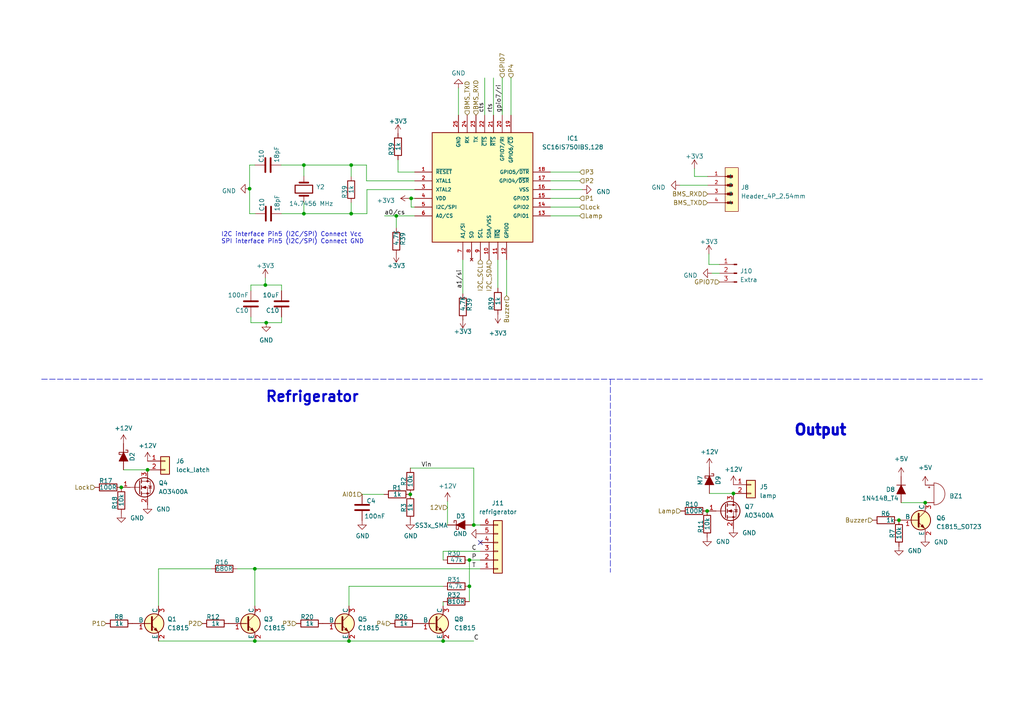
<source format=kicad_sch>
(kicad_sch (version 20230121) (generator eeschema)
  (paper "A4")
  (lib_symbols
    (symbol "Connector:Conn_01x03_Pin" (pin_names (offset 1.016) hide)
      (property "Reference" "J" (at 0 5.08 0))
      (property "Value" "Conn_01x03_Pin" (at 0 -5.08 0))
      (symbol "Conn_01x03_Pin_1_1"
        (polyline (pts (xy 1.27 -2.54) (xy 0.8636 -2.54)) (stroke (width 0.1524)))
        (polyline (pts (xy 1.27 0) (xy 0.8636 0)) (stroke (width 0.1524)))
        (polyline (pts (xy 1.27 2.54) (xy 0.8636 2.54)) (stroke (width 0.1524)))
        (rectangle (start 0.8636 -2.413) (end 0 -2.667) (stroke (width 0.1524)) (fill (type outline)))
        (rectangle (start 0.8636 0.127) (end 0 -0.127) (stroke (width 0.1524)) (fill (type outline)))
        (rectangle (start 0.8636 2.667) (end 0 2.413) (stroke (width 0.1524)) (fill (type outline)))
        (pin passive line (at 5.08 2.54 180) (length 3.81) (name "Pin_1") (number "1"))
        (pin passive line (at 5.08 0 180) (length 3.81) (name "Pin_2") (number "2"))
        (pin passive line (at 5.08 -2.54 180) (length 3.81) (name "Pin_3") (number "3"))
      )
    )
    (symbol "Connector_Generic:Conn_01x02" (pin_names (offset 1.016) hide)
      (property "Reference" "J" (at 0 2.54 0))
      (property "Value" "Conn_01x02" (at 0 -5.08 0))
      (symbol "Conn_01x02_1_1"
        (rectangle (start -1.27 -2.413) (end 0 -2.667) (stroke (width 0.1524)))
        (rectangle (start -1.27 0.127) (end 0 -0.127) (stroke (width 0.1524)))
        (rectangle (start -1.27 1.27) (end 1.27 -3.81) (stroke (width 0.254)) (fill (type background)))
        (pin passive line (at -5.08 0 0) (length 3.81) (name "Pin_1") (number "1"))
        (pin passive line (at -5.08 -2.54 0) (length 3.81) (name "Pin_2") (number "2"))
      )
    )
    (symbol "Connector_Generic:Conn_01x06" (pin_names (offset 1.016) hide)
      (property "Reference" "J" (at 0 7.62 0))
      (property "Value" "Conn_01x06" (at 0 -10.16 0))
      (symbol "Conn_01x06_1_1"
        (rectangle (start -1.27 -7.493) (end 0 -7.747) (stroke (width 0.1524)))
        (rectangle (start -1.27 -4.953) (end 0 -5.207) (stroke (width 0.1524)))
        (rectangle (start -1.27 -2.413) (end 0 -2.667) (stroke (width 0.1524)))
        (rectangle (start -1.27 0.127) (end 0 -0.127) (stroke (width 0.1524)))
        (rectangle (start -1.27 2.667) (end 0 2.413) (stroke (width 0.1524)))
        (rectangle (start -1.27 5.207) (end 0 4.953) (stroke (width 0.1524)))
        (rectangle (start -1.27 6.35) (end 1.27 -8.89) (stroke (width 0.254)) (fill (type background)))
        (pin passive line (at -5.08 5.08 0) (length 3.81) (name "Pin_1") (number "1"))
        (pin passive line (at -5.08 2.54 0) (length 3.81) (name "Pin_2") (number "2"))
        (pin passive line (at -5.08 0 0) (length 3.81) (name "Pin_3") (number "3"))
        (pin passive line (at -5.08 -2.54 0) (length 3.81) (name "Pin_4") (number "4"))
        (pin passive line (at -5.08 -5.08 0) (length 3.81) (name "Pin_5") (number "5"))
        (pin passive line (at -5.08 -7.62 0) (length 3.81) (name "Pin_6") (number "6"))
      )
    )
    (symbol "Device:Crystal" (pin_numbers hide) (pin_names (offset 1.016) hide)
      (property "Reference" "Y" (at 0 3.81 0))
      (property "Value" "Crystal" (at 0 -3.81 0))
      (symbol "Crystal_0_1"
        (rectangle (start -1.143 2.54) (end 1.143 -2.54) (stroke (width 0.3048)))
        (polyline (pts (xy -2.54 0) (xy -1.905 0)))
        (polyline (pts (xy -1.905 -1.27) (xy -1.905 1.27)) (stroke (width 0.508)))
        (polyline (pts (xy 1.905 -1.27) (xy 1.905 1.27)) (stroke (width 0.508)))
        (polyline (pts (xy 2.54 0) (xy 1.905 0)))
      )
      (symbol "Crystal_1_1"
        (pin passive line (at -3.81 0 0) (length 1.27) (name "1") (number "1"))
        (pin passive line (at 3.81 0 180) (length 1.27) (name "2") (number "2"))
      )
    )
    (symbol "Lib_Hien:Header_4P_2.54mm" (pin_names (offset 1.016))
      (property "Reference" "J" (at 0 8.89 0))
      (property "Value" "Header_4P_2.54mm" (at 0 -7.62 0))
      (symbol "Header_4P_2.54mm_0_0"
        (polyline (pts (xy 0 -2.54) (xy 1.905 -2.54)) (stroke (width 0.254)))
        (polyline (pts (xy 0 0) (xy 1.905 0)) (stroke (width 0.254)))
        (polyline (pts (xy 0 2.54) (xy 1.905 2.54)) (stroke (width 0.254)))
        (polyline (pts (xy 0 5.08) (xy 1.905 5.08)) (stroke (width 0.254)))
        (rectangle (start 0.635 -2.8575) (end 2.2225 -2.2225) (stroke (width 0.1)) (fill (type outline)))
        (rectangle (start 0.635 -0.3175) (end 2.2225 0.3175) (stroke (width 0.1)) (fill (type outline)))
        (rectangle (start 0.635 2.2225) (end 2.2225 2.8575) (stroke (width 0.1)) (fill (type outline)))
        (rectangle (start 0.635 4.7625) (end 2.2225 5.3975) (stroke (width 0.1)) (fill (type outline)))
        (pin passive line (at -5.08 5.08 0) (length 5.08) (name "1") (number "1"))
        (pin passive line (at -5.08 2.54 0) (length 5.08) (name "2") (number "2"))
        (pin passive line (at -5.08 0 0) (length 5.08) (name "3") (number "3"))
        (pin passive line (at -5.08 -2.54 0) (length 5.08) (name "4") (number "4"))
      )
      (symbol "Header_4P_2.54mm_1_1"
        (rectangle (start 0 7.62) (end 3.81 -5.08) (fill (type background)))
      )
    )
    (symbol "Lib_Hien:SC16IS750IBS,128" (pin_names (offset 1.016))
      (property "Reference" "IC" (at 36.83 22.86 0))
      (property "Value" "SC16IS750IBS,128" (at 36.83 20.32 0))
      (symbol "SC16IS750IBS,128_0_0"
        (rectangle (start 3.81 11.43) (end 33.02 -20.32) (stroke (width 0.254)) (fill (type background)))
        (pin bidirectional line (at -1.27 0 0) (length 5.08) (name "~{RESET}") (number "1"))
        (pin bidirectional line (at 20.32 -25.4 90) (length 5.08) (name "SDA/VSS") (number "10"))
        (pin bidirectional line (at 22.86 -25.4 90) (length 5.08) (name "~{IRQ}") (number "11"))
        (pin bidirectional line (at 25.4 -25.4 90) (length 5.08) (name "GPIO0") (number "12"))
        (pin bidirectional line (at 38.1 -12.7 180) (length 5.08) (name "GPIO1") (number "13"))
        (pin bidirectional line (at 38.1 -10.16 180) (length 5.08) (name "GPIO2") (number "14"))
        (pin bidirectional line (at 38.1 -7.62 180) (length 5.08) (name "GPIO3") (number "15"))
        (pin bidirectional line (at 38.1 -5.08 180) (length 5.08) (name "VSS") (number "16"))
        (pin bidirectional line (at 38.1 -2.54 180) (length 5.08) (name "GPIO4/~{DSR}") (number "17"))
        (pin bidirectional line (at 38.1 0 180) (length 5.08) (name "GPIO5/~{DTR}") (number "18"))
        (pin bidirectional line (at 26.67 16.51 270) (length 5.08) (name "GPIO6/~{CD}") (number "19"))
        (pin bidirectional line (at -1.27 -2.54 0) (length 5.08) (name "XTAL1") (number "2"))
        (pin bidirectional line (at 24.13 16.51 270) (length 5.08) (name "GPIO7/RI") (number "20"))
        (pin bidirectional line (at 21.59 16.51 270) (length 5.08) (name "~{RTS}") (number "21"))
        (pin bidirectional line (at 19.05 16.51 270) (length 5.08) (name "~{CTS}") (number "22"))
        (pin bidirectional line (at 16.51 16.51 270) (length 5.08) (name "TX") (number "23"))
        (pin bidirectional line (at 13.97 16.51 270) (length 5.08) (name "RX") (number "24"))
        (pin bidirectional line (at 11.43 16.51 270) (length 5.08) (name "GND") (number "25"))
        (pin bidirectional line (at -1.27 -5.08 0) (length 5.08) (name "XTAL2") (number "3"))
        (pin bidirectional line (at -1.27 -7.62 0) (length 5.08) (name "VDD") (number "4"))
        (pin bidirectional line (at -1.27 -10.16 0) (length 5.08) (name "I2C/SPI") (number "5"))
        (pin bidirectional line (at -1.27 -12.7 0) (length 5.08) (name "A0/CS") (number "6"))
        (pin bidirectional line (at 12.7 -25.4 90) (length 5.08) (name "A1/SI") (number "7"))
        (pin no_connect line (at 15.24 -25.4 90) (length 5.08) (name "SO") (number "8"))
        (pin bidirectional line (at 17.78 -25.4 90) (length 5.08) (name "SCL") (number "9"))
      )
    )
    (symbol "Transistor_FET:AO3400A" (pin_names hide)
      (property "Reference" "Q" (at 5.08 1.905 0))
      (property "Value" "AO3400A" (at 5.08 0 0))
      (symbol "AO3400A_0_1"
        (polyline (pts (xy 0.254 0) (xy -2.54 0)))
        (polyline (pts (xy 0.254 1.905) (xy 0.254 -1.905)) (stroke (width 0.254)))
        (polyline (pts (xy 0.762 -1.27) (xy 0.762 -2.286)) (stroke (width 0.254)))
        (polyline (pts (xy 0.762 0.508) (xy 0.762 -0.508)) (stroke (width 0.254)))
        (polyline (pts (xy 0.762 2.286) (xy 0.762 1.27)) (stroke (width 0.254)))
        (polyline (pts (xy 2.54 2.54) (xy 2.54 1.778)))
        (polyline (pts (xy 2.54 -2.54) (xy 2.54 0) (xy 0.762 0)))
        (polyline (pts (xy 0.762 -1.778) (xy 3.302 -1.778) (xy 3.302 1.778) (xy 0.762 1.778)))
        (polyline (pts (xy 1.016 0) (xy 2.032 0.381) (xy 2.032 -0.381) (xy 1.016 0)) (fill (type outline)))
        (polyline (pts (xy 2.794 0.508) (xy 2.921 0.381) (xy 3.683 0.381) (xy 3.81 0.254)))
        (polyline (pts (xy 3.302 0.381) (xy 2.921 -0.254) (xy 3.683 -0.254) (xy 3.302 0.381)))
        (circle (center 1.651 0) (radius 2.794) (stroke (width 0.254)))
        (circle (center 2.54 -1.778) (radius 0.254) (fill (type outline)))
        (circle (center 2.54 1.778) (radius 0.254) (fill (type outline)))
      )
      (symbol "AO3400A_1_1"
        (pin input line (at -5.08 0 0) (length 2.54) (name "G") (number "1"))
        (pin passive line (at 2.54 -5.08 90) (length 2.54) (name "S") (number "2"))
        (pin passive line (at 2.54 5.08 270) (length 2.54) (name "D") (number "3"))
      )
    )
    (symbol "ph_lib:1N4148_T4" (pin_numbers hide) (pin_names (offset 1.016) hide)
      (property "Reference" "D" (at 0 2.54 0))
      (property "Value" "1N4148_T4" (at 0 -2.54 0))
      (symbol "1N4148_T4_0_1"
        (polyline (pts (xy -1.27 1.27) (xy -1.27 -1.27)) (stroke (width 0.2032)))
        (polyline (pts (xy 1.27 0) (xy -1.27 0)))
        (polyline (pts (xy 1.27 1.27) (xy 1.27 -1.27) (xy -1.27 0) (xy 1.27 1.27)) (stroke (width 0.2032)) (fill (type outline)))
      )
      (symbol "1N4148_T4_1_1"
        (pin passive line (at -3.81 0 0) (length 2.54) (name "K") (number "1"))
        (pin passive line (at 3.81 0 180) (length 2.54) (name "A") (number "2"))
      )
    )
    (symbol "ph_lib:Buzzer-Device" (pin_numbers hide) (pin_names (offset 1.016) hide)
      (property "Reference" "BZ" (at 0 0 0))
      (property "Value" "Buzzer-Device" (at -1.27 -2.54 0))
      (symbol "Buzzer-Device_1_1"
        (polyline (pts (xy 3.429 -5.715) (xy 3.937 -5.715)))
        (polyline (pts (xy 3.683 -5.461) (xy 3.683 -5.969)))
        (polyline (pts (xy 5.08 -4.445) (xy 5.08 -10.795)))
        (arc (start 5.08 -10.795) (mid 8.2412 -7.62) (end 5.08 -4.445))
        (pin passive line (at 2.54 -5.08 0) (length 2.54) (name "-") (number "1"))
        (pin passive line (at 2.54 -10.16 0) (length 2.54) (name "+") (number "2"))
      )
    )
    (symbol "ph_lib:C0805" (pin_numbers hide) (pin_names (offset 0.254))
      (property "Reference" "C" (at 0.635 2.54 0))
      (property "Value" "C0805" (at 0.635 -2.54 0))
      (symbol "C0805_0_1"
        (polyline (pts (xy -2.032 -0.762) (xy 2.032 -0.762)) (stroke (width 0.508)))
        (polyline (pts (xy -2.032 0.762) (xy 2.032 0.762)) (stroke (width 0.508)))
      )
      (symbol "C0805_1_1"
        (pin passive line (at 0 3.81 270) (length 2.794) (name "~") (number "1"))
        (pin passive line (at 0 -3.81 90) (length 2.794) (name "~") (number "2"))
      )
    )
    (symbol "ph_lib:C1210" (pin_numbers hide) (pin_names (offset 1.016))
      (property "Reference" "C" (at 1.27 2.54 0))
      (property "Value" "C1210" (at 0 0 0))
      (symbol "C1210_1_1"
        (polyline (pts (xy -2.032 -7.112) (xy 2.032 -7.112)) (stroke (width 0.508)))
        (polyline (pts (xy -2.032 -5.588) (xy 2.032 -5.588)) (stroke (width 0.508)))
        (pin passive line (at 0 -2.54 270) (length 2.794) (name "~") (number "1"))
        (pin passive line (at 0 -10.16 90) (length 2.794) (name "~") (number "2"))
      )
    )
    (symbol "ph_lib:C1815_SOT23" (pin_names (offset 0))
      (property "Reference" "Q" (at 5.08 1.905 0))
      (property "Value" "C1815_SOT23" (at 5.08 0 0))
      (symbol "C1815_SOT23_0_1"
        (polyline (pts (xy 0 0) (xy 0.635 0)))
        (polyline (pts (xy 0.635 0.635) (xy 2.54 2.54)))
        (polyline (pts (xy 0.635 -0.635) (xy 2.54 -2.54) (xy 2.54 -2.54)))
        (polyline (pts (xy 0.635 1.905) (xy 0.635 -1.905) (xy 0.635 -1.905)) (stroke (width 0.508)))
        (polyline (pts (xy 1.27 -1.778) (xy 1.778 -1.27) (xy 2.286 -2.286) (xy 1.27 -1.778) (xy 1.27 -1.778)) (fill (type outline)))
        (circle (center 1.27 0) (radius 2.8194) (stroke (width 0.254)) (fill (type background)))
      )
      (symbol "C1815_SOT23_1_1"
        (pin input line (at -5.08 0 0) (length 5.08) (name "B") (number "1"))
        (pin passive line (at 2.54 -5.08 90) (length 2.54) (name "E") (number "2"))
        (pin passive line (at 2.54 5.08 270) (length 2.54) (name "C") (number "3"))
      )
    )
    (symbol "ph_lib:R0805" (pin_numbers hide) (pin_names (offset 0))
      (property "Reference" "R" (at 2.032 0 90))
      (property "Value" "R0805" (at 0 0 90))
      (symbol "R0805_0_1"
        (rectangle (start -1.016 -2.54) (end 1.016 2.54) (stroke (width 0.254)))
      )
      (symbol "R0805_1_1"
        (pin passive line (at 0 3.81 270) (length 1.27) (name "~") (number "1"))
        (pin passive line (at 0 -3.81 90) (length 1.27) (name "~") (number "2"))
      )
    )
    (symbol "ph_lib:SS3x_SMA" (pin_numbers hide) (pin_names (offset 1.016) hide)
      (property "Reference" "D" (at 0 2.54 0))
      (property "Value" "SS3x_SMA" (at 0 -2.54 0))
      (symbol "SS3x_SMA_0_1"
        (polyline (pts (xy 1.27 0) (xy -1.27 0)))
        (polyline (pts (xy 1.27 1.27) (xy 1.27 -1.27) (xy -1.27 0) (xy 1.27 1.27)) (stroke (width 0.2032)) (fill (type outline)))
        (polyline (pts (xy -1.905 0.635) (xy -1.905 1.27) (xy -1.27 1.27) (xy -1.27 -1.27) (xy -0.635 -1.27) (xy -0.635 -0.635)) (stroke (width 0.2032)))
      )
      (symbol "SS3x_SMA_1_1"
        (pin passive line (at -3.81 0 0) (length 2.54) (name "K") (number "1"))
        (pin passive line (at 3.81 0 180) (length 2.54) (name "A") (number "2"))
      )
    )
    (symbol "power:+12V" (power) (pin_names (offset 0))
      (property "Value" "+12V" (at 0 3.556 0))
      (symbol "+12V_0_1"
        (polyline (pts (xy -0.762 1.27) (xy 0 2.54)))
        (polyline (pts (xy 0 0) (xy 0 2.54)))
        (polyline (pts (xy 0 2.54) (xy 0.762 1.27)))
      )
      (symbol "+12V_1_1"
        (pin power_in line (at 0 0 90) (length 0) hide (name "+12V") (number "1"))
      )
    )
    (symbol "power:+3V3" (power) (pin_names (offset 0))
      (property "Value" "+3V3" (at 0 3.556 0))
      (symbol "+3V3_0_1"
        (polyline (pts (xy -0.762 1.27) (xy 0 2.54)))
        (polyline (pts (xy 0 0) (xy 0 2.54)))
        (polyline (pts (xy 0 2.54) (xy 0.762 1.27)))
      )
      (symbol "+3V3_1_1"
        (pin power_in line (at 0 0 90) (length 0) hide (name "+3V3") (number "1"))
      )
    )
    (symbol "power:+5V" (power) (pin_names (offset 0))
      (property "Value" "+5V" (at 0 3.556 0))
      (symbol "+5V_0_1"
        (polyline (pts (xy -0.762 1.27) (xy 0 2.54)))
        (polyline (pts (xy 0 0) (xy 0 2.54)))
        (polyline (pts (xy 0 2.54) (xy 0.762 1.27)))
      )
      (symbol "+5V_1_1"
        (pin power_in line (at 0 0 90) (length 0) hide (name "+5V") (number "1"))
      )
    )
    (symbol "power:GND" (power) (pin_names (offset 0))
      (property "Value" "GND" (at 0 -3.81 0))
      (symbol "GND_0_1"
        (polyline (pts (xy 0 0) (xy 0 -1.27) (xy 1.27 -1.27) (xy 0 -2.54) (xy -1.27 -1.27) (xy 0 -1.27)))
      )
      (symbol "GND_1_1"
        (pin power_in line (at 0 0 270) (length 0) hide (name "GND") (number "1"))
      )
    )
  )
  (junction (at 42.799 136.271))
  (junction (at 128.524 185.928))
  (junction (at 101.854 47.879))
  (junction (at 119.253 57.531))
  (junction (at 73.914 164.973))
  (junction (at 136.144 162.433))
  (junction (at 88.138 47.879))
  (junction (at 260.731 150.876))
  (junction (at 101.854 61.976))
  (junction (at 101.219 185.928))
  (junction (at 114.935 62.611))
  (junction (at 77.216 93.599))
  (junction (at 72.39 54.737))
  (junction (at 88.138 61.976))
  (junction (at 137.414 152.273))
  (junction (at 212.725 143.129))
  (junction (at 35.179 141.351))
  (junction (at 205.105 148.209))
  (junction (at 118.999 143.383))
  (junction (at 136.144 170.053))
  (junction (at 268.351 145.796))
  (junction (at 73.914 185.928))
  (junction (at 76.962 82.677))
  (no_connect (at 139.319 157.353))
  (wire (pts (xy 136.144 170.053) (xy 136.144 174.498)))
  (wire (pts (xy 137.414 152.273) (xy 139.319 152.273)))
  (wire (pts (xy 114.935 73.787) (xy 114.935 73.533)))
  (wire (pts (xy 88.138 61.976) (xy 81.661 61.976)))
  (wire (pts (xy 120.269 60.071) (xy 119.253 60.071)))
  (wire (pts (xy 137.414 135.763) (xy 118.999 135.763)))
  (wire (pts (xy 88.138 47.879) (xy 88.138 51.054)))
  (wire (pts (xy 205.232 53.721) (xy 197.231 53.721)))
  (wire (pts (xy 137.414 152.273) (xy 137.414 135.763)))
  (wire (pts (xy 81.661 82.677) (xy 81.661 84.328)))
  (wire (pts (xy 72.39 61.976) (xy 74.041 61.976)))
  (wire (pts (xy 106.426 54.991) (xy 106.426 61.976)))
  (wire (pts (xy 205.613 76.708) (xy 205.613 73.66)))
  (wire (pts (xy 101.854 47.879) (xy 101.854 51.181)))
  (wire (pts (xy 136.144 170.053) (xy 136.144 162.433)))
  (wire (pts (xy 101.219 185.928) (xy 128.524 185.928)))
  (wire (pts (xy 35.814 136.271) (xy 42.799 136.271)))
  (wire (pts (xy 159.639 49.911) (xy 168.148 49.911)))
  (wire (pts (xy 88.138 58.674) (xy 88.138 61.976)))
  (wire (pts (xy 119.253 57.531) (xy 120.269 57.531)))
  (wire (pts (xy 114.935 62.611) (xy 120.269 62.611)))
  (wire (pts (xy 159.639 60.071) (xy 168.148 60.071)))
  (wire (pts (xy 114.935 62.611) (xy 114.935 66.167)))
  (wire (pts (xy 128.524 170.053) (xy 101.219 170.053)))
  (wire (pts (xy 159.639 62.611) (xy 168.148 62.611)))
  (wire (pts (xy 120.269 54.991) (xy 106.426 54.991)))
  (wire (pts (xy 88.138 47.879) (xy 101.854 47.879)))
  (wire (pts (xy 205.74 143.129) (xy 212.725 143.129)))
  (wire (pts (xy 101.219 170.053) (xy 101.219 175.768)))
  (wire (pts (xy 128.524 159.893) (xy 128.524 162.433)))
  (wire (pts (xy 73.914 47.879) (xy 72.39 47.879)))
  (wire (pts (xy 88.138 61.976) (xy 101.854 61.976)))
  (wire (pts (xy 129.794 145.415) (xy 129.794 152.273)))
  (wire (pts (xy 115.443 49.911) (xy 120.269 49.911)))
  (wire (pts (xy 201.422 51.181) (xy 205.232 51.181)))
  (wire (pts (xy 118.745 57.531) (xy 119.253 57.531)))
  (wire (pts (xy 208.661 76.708) (xy 205.613 76.708)))
  (wire (pts (xy 101.854 58.801) (xy 101.854 61.976)))
  (wire (pts (xy 145.669 22.606) (xy 145.669 33.401)))
  (wire (pts (xy 72.39 54.737) (xy 72.39 61.976)))
  (wire (pts (xy 148.209 22.606) (xy 148.209 33.401)))
  (polyline (pts (xy 12.065 109.982) (xy 284.988 109.982)) (stroke (width 0) (type dash)))
  (wire (pts (xy 128.524 185.928) (xy 137.414 185.928)))
  (wire (pts (xy 72.39 47.879) (xy 72.39 54.737)))
  (wire (pts (xy 72.771 93.599) (xy 77.216 93.599)))
  (wire (pts (xy 106.299 52.451) (xy 106.299 47.879)))
  (wire (pts (xy 143.129 22.606) (xy 143.129 33.401)))
  (wire (pts (xy 159.639 57.531) (xy 168.148 57.531)))
  (wire (pts (xy 81.661 91.948) (xy 81.661 93.599)))
  (wire (pts (xy 45.974 185.928) (xy 73.914 185.928)))
  (wire (pts (xy 261.366 145.796) (xy 268.351 145.796)))
  (wire (pts (xy 120.269 52.451) (xy 106.299 52.451)))
  (wire (pts (xy 134.239 75.311) (xy 134.239 85.217)))
  (wire (pts (xy 136.144 162.433) (xy 139.319 162.433)))
  (wire (pts (xy 101.854 47.879) (xy 106.299 47.879)))
  (wire (pts (xy 132.969 25.527) (xy 132.969 33.401)))
  (wire (pts (xy 146.939 75.311) (xy 146.939 85.725)))
  (wire (pts (xy 134.239 92.837) (xy 134.239 92.583)))
  (wire (pts (xy 76.962 82.677) (xy 81.661 82.677)))
  (wire (pts (xy 45.974 175.768) (xy 45.974 164.973)))
  (wire (pts (xy 73.914 164.973) (xy 139.319 164.973)))
  (wire (pts (xy 76.962 80.645) (xy 76.962 82.677)))
  (wire (pts (xy 68.834 164.973) (xy 73.914 164.973)))
  (wire (pts (xy 101.854 61.976) (xy 106.426 61.976)))
  (wire (pts (xy 81.661 93.599) (xy 77.216 93.599)))
  (wire (pts (xy 128.524 174.498) (xy 128.524 175.768)))
  (wire (pts (xy 201.422 48.895) (xy 201.422 51.181)))
  (wire (pts (xy 111.506 62.611) (xy 114.935 62.611)))
  (wire (pts (xy 45.974 164.973) (xy 61.214 164.973)))
  (wire (pts (xy 72.771 91.948) (xy 72.771 93.599)))
  (wire (pts (xy 105.029 143.383) (xy 111.379 143.383)))
  (wire (pts (xy 72.771 82.677) (xy 76.962 82.677)))
  (wire (pts (xy 159.639 52.451) (xy 168.148 52.451)))
  (wire (pts (xy 140.589 22.606) (xy 140.589 33.401)))
  (wire (pts (xy 73.914 175.768) (xy 73.914 164.973)))
  (wire (pts (xy 206.502 79.248) (xy 208.661 79.248)))
  (wire (pts (xy 73.914 185.928) (xy 101.219 185.928)))
  (polyline (pts (xy 177.038 109.982) (xy 177.038 165.989)) (stroke (width 0) (type dash)))
  (wire (pts (xy 72.771 84.328) (xy 72.771 82.677)))
  (wire (pts (xy 81.534 47.879) (xy 88.138 47.879)))
  (wire (pts (xy 144.399 75.311) (xy 144.399 83.566)))
  (wire (pts (xy 119.253 57.531) (xy 119.253 60.071)))
  (wire (pts (xy 115.443 46.355) (xy 115.443 49.911)))
  (wire (pts (xy 139.319 159.893) (xy 128.524 159.893)))
  (wire (pts (xy 159.639 54.991) (xy 168.91 54.991)))
  (text "Output" (at 230.124 126.619 0) (effects (font (size 3 3) (thickness 1) bold) (justify left bottom)))
  (text "I2C interface Pin5 (I2C/SPI) Connect Vcc\nSPI interface Pin5 (I2C/SPI) Connect GND" (at 64.135 70.866 0) (effects (font (size 1.27 1.27)) (justify left bottom)))
  (text "Refrigerator" (at 76.835 116.967 0) (effects (font (size 3 3) (thickness 0.6) bold) (justify left bottom)))
  (label "rts" (at 143.129 32.639 90))
  (label "C" (at 137.414 185.928 0))
  (label "a0{slash}cs" (at 111.506 62.611 0))
  (label "T" (at 138.049 164.973 180))
  (label "cts" (at 140.589 32.639 90))
  (label "gpio7{slash}ri" (at 145.669 32.639 90))
  (label "a1{slash}si" (at 134.239 83.693 90))
  (label "P" (at 136.779 162.433 0))
  (label "Vin" (at 122.174 135.763 0))
  (label "C" (at 136.779 159.893 0))
  (hierarchical_label "BMS_RXD" (shape input) (at 138.049 33.401 90))
  (hierarchical_label "12V" (shape input) (at 129.794 147.193 180))
  (hierarchical_label "P1" (shape input) (at 30.734 180.848 180))
  (hierarchical_label "I2C_SCL" (shape input) (at 139.319 75.311 270))
  (hierarchical_label "P4" (shape input) (at 148.209 22.606 90))
  (hierarchical_label "P4" (shape input) (at 113.284 180.848 180))
  (hierarchical_label "P3" (shape input) (at 85.979 180.848 180))
  (hierarchical_label "P1" (shape input) (at 168.148 57.531 0))
  (hierarchical_label "GPIO7" (shape input) (at 145.669 22.606 90))
  (hierarchical_label "Buzzer" (shape input) (at 253.111 150.876 180))
  (hierarchical_label "GPIO7" (shape input) (at 208.661 81.788 180))
  (hierarchical_label "Lamp" (shape input) (at 168.148 62.611 0))
  (hierarchical_label "P2" (shape input) (at 58.674 180.848 180))
  (hierarchical_label "BMS_RXD" (shape input) (at 205.232 56.261 180))
  (hierarchical_label "I2C_SDA" (shape input) (at 141.859 75.311 270))
  (hierarchical_label "BMS_TXD" (shape input) (at 135.509 33.401 90))
  (hierarchical_label "AI01" (shape input) (at 105.029 143.383 180))
  (hierarchical_label "Lock" (shape input) (at 168.148 60.071 0))
  (hierarchical_label "Buzzer" (shape input) (at 146.939 85.725 270))
  (hierarchical_label "Lock" (shape input) (at 27.559 141.351 180))
  (hierarchical_label "P3" (shape input) (at 168.148 49.911 0))
  (hierarchical_label "P2" (shape input) (at 168.148 52.451 0))
  (hierarchical_label "Lamp" (shape input) (at 197.485 148.209 180))
  (hierarchical_label "BMS_TXD" (shape input) (at 205.232 58.801 180))
  (symbol (lib_id "ph_lib:C1815_SOT23") (at 125.984 180.848 0) (unit 1)
    (property "Reference" "Q8" (at 131.699 179.5779 0) (effects (justify left)))
    (property "Value" "C1815" (at 131.699 182.1179 0) (effects (justify left)))
    (property "Footprint" "Package_TO_SOT_SMD:SOT-23" (effects hide))
    (property "Desc" "50V Vce, 0.15A Ic, Low Noise Audio NPN Transistor, TO-92" (effects hide))
    (property "Link" "https://thegioiic.com/products/2sc1815-hf" (effects hide))
  )
  (symbol (lib_id "power:GND") (at 139.319 154.813 270) (unit 1)
    (property "Reference" "#PWR085" (effects hide))
    (property "Value" "GND" (at 135.509 154.8129 90) (effects (justify right)))
  )
  (symbol (lib_id "power:+3V3") (at 144.399 91.186 180) (unit 1)
    (property "Reference" "#PWR0111" (effects hide))
    (property "Value" "+3V3" (at 144.399 96.647 0))
  )
  (symbol (lib_id "power:GND") (at 35.179 148.971 0) (unit 1)
    (property "Reference" "#PWR060" (effects hide))
    (property "Value" "GND" (at 37.719 150.2409 0) (effects (justify left)))
    (instances (project "ph_portable_refrigerator_v2_hw" (path "" (reference "#PWR060") (unit 1)) (path "" (reference "#PWR06") (unit 1))))
  )
  (symbol (lib_id "power:GND") (at 42.799 146.431 0) (unit 1)
    (property "Reference" "#PWR065" (effects hide))
    (property "Value" "GND" (at 45.339 147.7009 0) (effects (justify left)))
    (instances (project "ph_portable_refrigerator_v2_hw" (path "" (reference "#PWR065") (unit 1)) (path "" (reference "#PWR061") (unit 1))))
  )
  (symbol (lib_id "ph_lib:R0805") (at 35.179 145.161 180) (unit 1)
    (property "Reference" "R18" (at 33.274 143.891 90) (effects (justify left)))
    (property "Value" "10k" (at 35.179 143.256 90) (effects (justify left)))
    (property "Footprint" "Resistor_SMD:R_0805_2012Metric" (effects hide))
    (property "Desc" "Resistor SMD 0805" (effects hide))
    (property "Link" "http://www.dientuachau.com/res-1-0805" (effects hide))
    (instances (project "ph_portable_refrigerator_v2_hw" (path "" (reference "R18") (unit 1)) (path "" (reference "R12") (unit 1))))
  )
  (symbol (lib_id "ph_lib:C1815_SOT23") (at 98.679 180.848 0) (unit 1)
    (property "Reference" "Q5" (at 103.759 179.5779 0) (effects (justify left)))
    (property "Value" "C1815" (at 103.759 182.1179 0) (effects (justify left)))
    (property "Footprint" "Package_TO_SOT_SMD:SOT-23" (effects hide))
    (property "Desc" "50V Vce, 0.15A Ic, Low Noise Audio NPN Transistor, TO-92" (effects hide))
    (property "Link" "https://thegioiic.com/products/2sc1815-hf" (effects hide))
  )
  (symbol (lib_id "Transistor_FET:AO3400A") (at 210.185 148.209 0) (unit 1)
    (property "Reference" "Q7" (at 215.9 146.9389 0) (effects (justify left)))
    (property "Value" "AO3400A" (at 215.9 149.4789 0) (effects (justify left)))
    (property "Footprint" "Package_TO_SOT_SMD:SOT-23" (effects hide))
    (property "Datasheet" "http://www.aosmd.com/pdfs/datasheet/AO3400A.pdf" (effects hide))
    (instances (project "ph_portable_refrigerator_v2_hw" (path "" (reference "Q7") (unit 1)) (path "" (reference "Q6") (unit 1))))
  )
  (symbol (lib_id "ph_lib:R0805") (at 260.731 154.686 180) (unit 1)
    (property "Reference" "R7" (at 258.826 153.416 90) (effects (justify left)))
    (property "Value" "10k" (at 260.731 152.781 90) (effects (justify left)))
    (property "Footprint" "Resistor_SMD:R_0805_2012Metric" (effects hide))
    (property "Desc" "Resistor SMD 0805" (effects hide))
    (property "Link" "http://www.dientuachau.com/res-1-0805" (effects hide))
    (instances (project "ph_portable_refrigerator_v2_hw" (path "" (reference "R7") (unit 1)) (path "" (reference "R11") (unit 1))))
  )
  (symbol (lib_id "ph_lib:R0805") (at 62.484 180.848 90) (unit 1)
    (property "Reference" "R12" (at 63.754 178.943 90) (effects (justify left)))
    (property "Value" "1k" (at 63.754 180.848 90) (effects (justify left)))
    (property "Footprint" "Resistor_SMD:R_0805_2012Metric" (effects hide))
    (property "Desc" "Resistor SMD 0805" (effects hide))
    (property "Link" "http://www.dientuachau.com/res-1-0805" (effects hide))
    (instances (project "ph_portable_refrigerator_v2_hw" (path "" (reference "R12") (unit 1)) (path "" (reference "R2") (unit 1))))
  )
  (symbol (lib_id "power:GND") (at 72.39 54.737 270) (unit 1)
    (property "Reference" "#PWR023" (effects hide))
    (property "Value" "GND" (at 68.453 55.372 90) (effects (justify right)))
  )
  (symbol (lib_id "ph_lib:C1815_SOT23") (at 71.374 180.848 0) (unit 1)
    (property "Reference" "Q3" (at 76.454 179.5779 0) (effects (justify left)))
    (property "Value" "C1815" (at 76.454 182.1179 0) (effects (justify left)))
    (property "Footprint" "Package_TO_SOT_SMD:SOT-23" (effects hide))
    (property "Desc" "50V Vce, 0.15A Ic, Low Noise Audio NPN Transistor, TO-92" (effects hide))
    (property "Link" "https://thegioiic.com/products/2sc1815-hf" (effects hide))
  )
  (symbol (lib_id "ph_lib:C1210") (at 71.501 61.976 90) (unit 1)
    (property "Reference" "C10" (at 75.946 61.341 0) (effects (justify left)))
    (property "Value" "18pF" (at 80.391 61.341 0) (effects (justify left)))
    (property "Footprint" "Resistor_SMD:R_0805_2012Metric" (effects hide))
    (property "Desc" "Capacitor SMD Ceramic 1210" (effects hide))
    (property "Link" "http://www.tme.vn/Products.aspx?cateId=256" (effects hide))
    (instances (project "ph_portable_refrigerator_v2_hw" (path "" (reference "C10") (unit 1)) (path "" (reference "C14") (unit 1)) (path "" (reference "C37") (unit 1))))
  )
  (symbol (lib_id "ph_lib:R0805") (at 118.999 139.573 180) (unit 1)
    (property "Reference" "R2" (at 117.094 138.303 90) (effects (justify left)))
    (property "Value" "10k" (at 118.999 137.668 90) (effects (justify left)))
    (property "Footprint" "Resistor_SMD:R_0805_2012Metric" (effects hide))
    (property "Desc" "Resistor SMD 0805" (effects hide))
    (property "Link" "http://www.dientuachau.com/res-1-0805" (effects hide))
    (instances (project "ph_portable_refrigerator_v2_hw" (path "" (reference "R2") (unit 1)) (path "" (reference "R20") (unit 1))))
  )
  (symbol (lib_id "power:+3V3") (at 134.239 92.583 180) (unit 1)
    (property "Reference" "#PWR0116" (effects hide))
    (property "Value" "+3V3" (at 134.239 96.139 0))
  )
  (symbol (lib_id "ph_lib:R0805") (at 132.334 162.433 90) (unit 1)
    (property "Reference" "R30" (at 133.604 160.528 90) (effects (justify left)))
    (property "Value" "47k" (at 134.239 162.433 90) (effects (justify left)))
    (property "Footprint" "Resistor_SMD:R_0805_2012Metric" (effects hide))
    (property "Desc" "Resistor SMD 0805" (effects hide))
    (property "Link" "http://www.dientuachau.com/res-1-0805" (effects hide))
  )
  (symbol (lib_id "ph_lib:Buzzer-Device") (at 265.811 135.636 0) (unit 1)
    (property "Reference" "BZ1" (at 275.336 143.891 0) (effects (justify left)))
    (property "Value" "Buzzer-Device" (effects hide))
    (property "Footprint" "Buzzer_Beeper:Buzzer_12x9.5RM7.6" (effects hide))
    (property "Desc" "5VDC, size 12x9mm" (effects hide))
    (property "Link" "https://thegioiic.com/products/1209-dip-buzzer-12x9mm" (effects hide))
  )
  (symbol (lib_id "ph_lib:R0805") (at 34.544 180.848 90) (unit 1)
    (property "Reference" "R8" (at 35.814 178.943 90) (effects (justify left)))
    (property "Value" "1k" (at 35.814 180.848 90) (effects (justify left)))
    (property "Footprint" "Resistor_SMD:R_0805_2012Metric" (effects hide))
    (property "Desc" "Resistor SMD 0805" (effects hide))
    (property "Link" "http://www.dientuachau.com/res-1-0805" (effects hide))
    (instances (project "ph_portable_refrigerator_v2_hw" (path "" (reference "R8") (unit 1)) (path "" (reference "R1") (unit 1))))
  )
  (symbol (lib_id "ph_lib:C1210") (at 72.771 94.488 180) (unit 1)
    (property "Reference" "C10" (at 72.136 90.043 0) (effects (justify left)))
    (property "Value" "100nF" (at 72.136 85.598 0) (effects (justify left)))
    (property "Footprint" "Resistor_SMD:R_0805_2012Metric" (effects hide))
    (property "Desc" "Capacitor SMD Ceramic 1210" (effects hide))
    (property "Link" "http://www.tme.vn/Products.aspx?cateId=256" (effects hide))
    (instances (project "ph_portable_refrigerator_v2_hw" (path "" (reference "C10") (unit 1)) (path "" (reference "C14") (unit 1)) (path "" (reference "C38") (unit 1))))
  )
  (symbol (lib_id "power:GND") (at 118.999 151.003 0) (unit 1)
    (property "Reference" "#PWR013" (effects hide))
    (property "Value" "GND" (at 117.094 155.448 0) (effects (justify left)))
    (instances (project "ph_portable_refrigerator_v2_hw" (path "" (reference "#PWR013") (unit 1)) (path "" (reference "#PWR065") (unit 1))))
  )
  (symbol (lib_id "ph_lib:C0805") (at 105.029 147.193 0) (unit 1)
    (property "Reference" "C4" (at 106.299 145.288 0) (effects (justify left)))
    (property "Value" "100nF" (at 105.664 149.733 0) (effects (justify left)))
    (property "Footprint" "Resistor_SMD:R_0805_2012Metric" (effects hide))
    (property "Desc" "Capacitor SMD Ceramic 0805" (effects hide))
    (property "Link" "http://www.dientuachau.com/ceramic-0805" (effects hide))
  )
  (symbol (lib_id "power:+5V") (at 268.351 140.716 0) (unit 1)
    (property "Reference" "#PWR033" (effects hide))
    (property "Value" "+5V" (at 268.351 135.636 0))
    (instances (project "ph_portable_refrigerator_v2_hw" (path "" (reference "#PWR033") (unit 1)) (path "" (reference "#PWR086") (unit 1))))
  )
  (symbol (lib_id "Device:Crystal") (at 88.138 54.864 90) (unit 1)
    (property "Reference" "Y2" (at 91.694 54.229 90) (effects (justify right)))
    (property "Value" "14.7456 MHz" (at 83.82 59.055 90) (effects (justify right)))
    (property "Footprint" "Crystal:Crystal_HC49-4H_Vertical" (effects hide))
  )
  (symbol (lib_id "power:+3V3") (at 114.935 73.533 180) (unit 1)
    (property "Reference" "#PWR0115" (effects hide))
    (property "Value" "+3V3" (at 114.935 77.089 0))
  )
  (symbol (lib_id "ph_lib:R0805") (at 31.369 141.351 90) (unit 1)
    (property "Reference" "R17" (at 32.639 139.446 90) (effects (justify left)))
    (property "Value" "100R" (at 33.909 141.351 90) (effects (justify left)))
    (property "Footprint" "Resistor_SMD:R_0805_2012Metric" (effects hide))
    (property "Desc" "Resistor SMD 0805" (effects hide))
    (property "Link" "http://www.dientuachau.com/res-1-0805" (effects hide))
    (instances (project "ph_portable_refrigerator_v2_hw" (path "" (reference "R17") (unit 1)) (path "" (reference "R3") (unit 1))))
  )
  (symbol (lib_id "ph_lib:R0805") (at 89.789 180.848 90) (unit 1)
    (property "Reference" "R20" (at 91.059 178.943 90) (effects (justify left)))
    (property "Value" "1k" (at 91.059 180.848 90) (effects (justify left)))
    (property "Footprint" "Resistor_SMD:R_0805_2012Metric" (effects hide))
    (property "Desc" "Resistor SMD 0805" (effects hide))
    (property "Link" "http://www.dientuachau.com/res-1-0805" (effects hide))
    (instances (project "ph_portable_refrigerator_v2_hw" (path "" (reference "R20") (unit 1)) (path "" (reference "R16") (unit 1))))
  )
  (symbol (lib_id "Lib_Hien:Header_4P_2.54mm") (at 210.312 56.261 0) (unit 1)
    (property "Reference" "J8" (at 214.884 54.356 0) (effects (justify left)))
    (property "Value" "Header_4P_2.54mm" (at 214.884 56.896 0) (effects (justify left)))
    (property "Footprint" "Lib_Hien:Header_4P_2.54mm" (effects hide))
    (property "PARTREV" "N/A" (effects hide))
    (property "SNAPEDA_PN" "B4B-XH-A(LF)(SN)" (effects hide))
    (property "MANUFACTURER" "JST Sales America Inc." (effects hide))
    (property "MAXIMUM_PACKAGE_HEIGHT" "7 mm" (effects hide))
    (property "STANDARD" "Manufacturer Recommendations" (effects hide))
  )
  (symbol (lib_id "Connector_Generic:Conn_01x06") (at 144.399 159.893 0) (mirror x) (unit 1)
    (property "Reference" "J11" (at 144.399 145.923 0))
    (property "Value" "refrigerator" (at 144.399 148.463 0))
    (property "Footprint" "Connector_Molex:Molex_KK-254_AE-6410-06A_1x06_P2.54mm_Vertical" (effects hide))
  )
  (symbol (lib_id "power:+12V") (at 129.794 145.415 0) (unit 1)
    (property "Reference" "#PWR081" (effects hide))
    (property "Value" "+12V" (at 129.794 140.97 0))
  )
  (symbol (lib_id "power:GND") (at 77.216 93.599 0) (unit 1)
    (property "Reference" "#PWR027" (effects hide))
    (property "Value" "GND" (at 77.216 98.679 0))
  )
  (symbol (lib_id "ph_lib:C1815_SOT23") (at 265.811 150.876 0) (unit 1)
    (property "Reference" "Q6" (at 271.526 150.241 0) (effects (justify left)))
    (property "Value" "C1815_SOT23" (at 271.526 152.781 0) (effects (justify left)))
    (property "Footprint" "Package_TO_SOT_SMD:SOT-23" (effects hide))
    (property "Desc" "50V Vce, 0.15A Ic, Low Noise Audio NPN Transistor, TO-92" (effects hide))
    (property "Link" "https://thegioiic.com/products/2sc1815-hf" (effects hide))
    (instances (project "ph_portable_refrigerator_v2_hw" (path "" (reference "Q6") (unit 1)) (path "" (reference "Q7") (unit 1))))
  )
  (symbol (lib_id "ph_lib:SS3x_SMA") (at 205.74 139.319 270) (unit 1)
    (property "Reference" "D9" (at 208.28 139.319 0))
    (property "Value" "M7" (at 203.073 139.319 0))
    (property "Footprint" "Diode_SMD:D_SMA" (effects hide))
    (property "Desc" "SS3x SMA, Size C, DIODE SCHOTTKY 3A, x0V SMA" (effects hide))
    (property "Link" "https://thegioiic.com/products?utf8=%E2%9C%93&search=ss34" (effects hide))
    (instances (project "ph_portable_refrigerator_v2_hw" (path "" (reference "D9") (unit 1)) (path "" (reference "D8") (unit 1))))
  )
  (symbol (lib_id "Connector:Conn_01x03_Pin") (at 213.741 79.248 0) (mirror y) (unit 1)
    (property "Reference" "J10" (at 214.63 78.613 0) (effects (justify right)))
    (property "Value" "Extra" (at 214.63 81.153 0) (effects (justify right)))
    (property "Footprint" "Connector_PinHeader_2.54mm:PinHeader_1x03_P2.54mm_Vertical" (effects hide))
  )
  (symbol (lib_id "power:+5V") (at 261.366 138.176 0) (unit 1)
    (property "Reference" "#PWR032" (effects hide))
    (property "Value" "+5V" (at 261.366 133.096 0))
    (instances (project "ph_portable_refrigerator_v2_hw" (path "" (reference "#PWR032") (unit 1)) (path "" (reference "#PWR051") (unit 1))))
  )
  (symbol (lib_id "power:GND") (at 205.105 155.829 0) (unit 1)
    (property "Reference" "#PWR050" (effects hide))
    (property "Value" "GND" (at 207.645 157.0989 0) (effects (justify left)))
    (instances (project "ph_portable_refrigerator_v2_hw" (path "" (reference "#PWR050") (unit 1)) (path "" (reference "#PWR012") (unit 1))))
  )
  (symbol (lib_id "Connector_Generic:Conn_01x02") (at 217.805 140.589 0) (unit 1)
    (property "Reference" "J5" (at 220.345 141.224 0) (effects (justify left)))
    (property "Value" "lamp" (at 220.345 143.764 0) (effects (justify left)))
    (property "Footprint" "Lib_Hien:Header_2P_1.25mm" (effects hide))
  )
  (symbol (lib_id "power:GND") (at 212.725 153.289 0) (unit 1)
    (property "Reference" "#PWR087" (effects hide))
    (property "Value" "GND" (at 215.265 154.5589 0) (effects (justify left)))
    (instances (project "ph_portable_refrigerator_v2_hw" (path "" (reference "#PWR087") (unit 1)) (path "" (reference "#PWR047") (unit 1))))
  )
  (symbol (lib_id "power:+12V") (at 205.74 135.509 0) (unit 1)
    (property "Reference" "#PWR051" (effects hide))
    (property "Value" "+12V" (at 205.74 131.064 0))
    (instances (project "ph_portable_refrigerator_v2_hw" (path "" (reference "#PWR051") (unit 1)) (path "" (reference "#PWR032") (unit 1))))
  )
  (symbol (lib_id "ph_lib:SS3x_SMA") (at 133.604 152.273 0) (unit 1)
    (property "Reference" "D3" (at 133.604 149.733 0))
    (property "Value" "SS3x_SMA" (at 125.095 152.4 0))
    (property "Footprint" "Diode_SMD:D_SMA" (effects hide))
    (property "Desc" "SS3x SMA, Size C, DIODE SCHOTTKY 3A, x0V SMA" (effects hide))
    (property "Link" "https://thegioiic.com/products?utf8=%E2%9C%93&search=ss34" (effects hide))
  )
  (symbol (lib_id "ph_lib:SS3x_SMA") (at 35.814 132.461 270) (unit 1)
    (property "Reference" "D2" (at 38.354 132.461 0))
    (property "Value" "m7" (effects hide))
    (property "Footprint" "Diode_SMD:D_SMA" (effects hide))
    (property "Desc" "SS3x SMA, Size C, DIODE SCHOTTKY 3A, x0V SMA" (effects hide))
    (property "Link" "https://thegioiic.com/products?utf8=%E2%9C%93&search=ss34" (effects hide))
  )
  (symbol (lib_id "power:GND") (at 260.731 158.496 0) (unit 1)
    (property "Reference" "#PWR012" (effects hide))
    (property "Value" "GND" (at 263.271 159.7659 0) (effects (justify left)))
    (instances (project "ph_portable_refrigerator_v2_hw" (path "" (reference "#PWR012") (unit 1)) (path "" (reference "#PWR050") (unit 1))))
  )
  (symbol (lib_id "ph_lib:R0805") (at 114.935 69.977 0) (unit 1)
    (property "Reference" "R39" (at 116.84 71.247 90) (effects (justify left)))
    (property "Value" "4.7K" (at 114.935 71.247 90) (effects (justify left)))
    (property "Footprint" "Resistor_SMD:R_0805_2012Metric" (effects hide))
    (property "Desc" "Resistor SMD 0805" (effects hide))
    (property "Link" "http://www.dientuachau.com/res-1-0805" (effects hide))
    (instances (project "ph_portable_refrigerator_v2_hw" (path "" (reference "R39") (unit 1)) (path "" (reference "R38") (unit 1)) (path "" (reference "R62") (unit 1))))
  )
  (symbol (lib_id "ph_lib:R0805") (at 118.999 147.193 180) (unit 1)
    (property "Reference" "R3" (at 117.094 145.923 90) (effects (justify left)))
    (property "Value" "1k" (at 118.999 145.923 90) (effects (justify left)))
    (property "Footprint" "Resistor_SMD:R_0805_2012Metric" (effects hide))
    (property "Desc" "Resistor SMD 0805" (effects hide))
    (property "Link" "http://www.dientuachau.com/res-1-0805" (effects hide))
    (instances (project "ph_portable_refrigerator_v2_hw" (path "" (reference "R3") (unit 1)) (path "" (reference "R26") (unit 1))))
  )
  (symbol (lib_id "power:+3V3") (at 118.745 57.531 90) (unit 1)
    (property "Reference" "#PWR0109" (effects hide))
    (property "Value" "+3V3" (at 114.554 58.166 90) (effects (justify left)))
  )
  (symbol (lib_id "ph_lib:R0805") (at 205.105 152.019 180) (unit 1)
    (property "Reference" "R11" (at 203.2 150.749 90) (effects (justify left)))
    (property "Value" "10k" (at 205.105 150.114 90) (effects (justify left)))
    (property "Footprint" "Resistor_SMD:R_0805_2012Metric" (effects hide))
    (property "Desc" "Resistor SMD 0805" (effects hide))
    (property "Link" "http://www.dientuachau.com/res-1-0805" (effects hide))
    (instances (project "ph_portable_refrigerator_v2_hw" (path "" (reference "R11") (unit 1)) (path "" (reference "R7") (unit 1))))
  )
  (symbol (lib_id "ph_lib:R0805") (at 134.239 89.027 0) (unit 1)
    (property "Reference" "R39" (at 136.144 90.297 90) (effects (justify left)))
    (property "Value" "4.7K" (at 134.239 90.297 90) (effects (justify left)))
    (property "Footprint" "Resistor_SMD:R_0805_2012Metric" (effects hide))
    (property "Desc" "Resistor SMD 0805" (effects hide))
    (property "Link" "http://www.dientuachau.com/res-1-0805" (effects hide))
    (instances (project "ph_portable_refrigerator_v2_hw" (path "" (reference "R39") (unit 1)) (path "" (reference "R38") (unit 1)) (path "" (reference "R63") (unit 1))))
  )
  (symbol (lib_id "ph_lib:R0805") (at 132.334 170.053 90) (unit 1)
    (property "Reference" "R31" (at 133.604 168.148 90) (effects (justify left)))
    (property "Value" "4.7k" (at 134.239 170.053 90) (effects (justify left)))
    (property "Footprint" "Resistor_SMD:R_0805_2012Metric" (effects hide))
    (property "Desc" "Resistor SMD 0805" (effects hide))
    (property "Link" "http://www.dientuachau.com/res-1-0805" (effects hide))
  )
  (symbol (lib_id "ph_lib:R0805") (at 101.854 54.991 180) (unit 1)
    (property "Reference" "R39" (at 99.949 53.721 90) (effects (justify left)))
    (property "Value" "1k" (at 101.854 53.721 90) (effects (justify left)))
    (property "Footprint" "Resistor_SMD:R_0805_2012Metric" (effects hide))
    (property "Desc" "Resistor SMD 0805" (effects hide))
    (property "Link" "http://www.dientuachau.com/res-1-0805" (effects hide))
    (instances (project "ph_portable_refrigerator_v2_hw" (path "" (reference "R39") (unit 1)) (path "" (reference "R38") (unit 1)) (path "" (reference "R45") (unit 1))))
  )
  (symbol (lib_id "power:+3V3") (at 201.422 48.895 0) (unit 1)
    (property "Reference" "#PWR0114" (effects hide))
    (property "Value" "+3V3" (at 201.422 45.339 0))
  )
  (symbol (lib_id "power:+12V") (at 212.725 140.589 0) (unit 1)
    (property "Reference" "#PWR086" (effects hide))
    (property "Value" "+12V" (at 212.725 136.144 0))
    (instances (project "ph_portable_refrigerator_v2_hw" (path "" (reference "#PWR086") (unit 1)) (path "" (reference "#PWR033") (unit 1))))
  )
  (symbol (lib_id "power:GND") (at 105.029 151.003 0) (unit 1)
    (property "Reference" "#PWR06" (effects hide))
    (property "Value" "GND" (at 103.124 155.448 0) (effects (justify left)))
    (instances (project "ph_portable_refrigerator_v2_hw" (path "" (reference "#PWR06") (unit 1)) (path "" (reference "#PWR064") (unit 1))))
  )
  (symbol (lib_id "ph_lib:R0805") (at 256.921 150.876 90) (unit 1)
    (property "Reference" "R6" (at 258.191 148.971 90) (effects (justify left)))
    (property "Value" "1k" (at 259.461 150.876 90) (effects (justify left)))
    (property "Footprint" "Resistor_SMD:R_0805_2012Metric" (effects hide))
    (property "Desc" "Resistor SMD 0805" (effects hide))
    (property "Link" "http://www.dientuachau.com/res-1-0805" (effects hide))
    (instances (project "ph_portable_refrigerator_v2_hw" (path "" (reference "R6") (unit 1)) (path "" (reference "R10") (unit 1))))
  )
  (symbol (lib_id "power:GND") (at 168.91 54.991 90) (unit 1)
    (property "Reference" "#PWR0112" (effects hide))
    (property "Value" "GND" (at 172.974 55.626 90) (effects (justify right)))
  )
  (symbol (lib_id "ph_lib:R0805") (at 65.024 164.973 90) (unit 1)
    (property "Reference" "R16" (at 66.294 163.068 90) (effects (justify left)))
    (property "Value" "680R" (at 67.564 164.973 90) (effects (justify left)))
    (property "Footprint" "Resistor_SMD:R_0805_2012Metric" (effects hide))
    (property "Desc" "Resistor SMD 0805" (effects hide))
    (property "Link" "http://www.dientuachau.com/res-1-0805" (effects hide))
    (instances (project "ph_portable_refrigerator_v2_hw" (path "" (reference "R16") (unit 1)) (path "" (reference "R8") (unit 1))))
  )
  (symbol (lib_id "power:GND") (at 132.969 25.527 180) (unit 1)
    (property "Reference" "#PWR0110" (effects hide))
    (property "Value" "GND" (at 132.969 21.209 0))
  )
  (symbol (lib_id "ph_lib:C1210") (at 81.661 94.488 180) (unit 1)
    (property "Reference" "C10" (at 81.026 90.043 0) (effects (justify left)))
    (property "Value" "10uF" (at 81.026 85.598 0) (effects (justify left)))
    (property "Footprint" "Resistor_SMD:R_0805_2012Metric" (effects hide))
    (property "Desc" "Capacitor SMD Ceramic 1210" (effects hide))
    (property "Link" "http://www.tme.vn/Products.aspx?cateId=256" (effects hide))
    (instances (project "ph_portable_refrigerator_v2_hw" (path "" (reference "C10") (unit 1)) (path "" (reference "C14") (unit 1)) (path "" (reference "C39") (unit 1))))
  )
  (symbol (lib_id "power:+3V3") (at 115.443 38.735 0) (unit 1)
    (property "Reference" "#PWR031" (effects hide))
    (property "Value" "+3V3" (at 115.443 35.179 0))
  )
  (symbol (lib_id "Lib_Hien:SC16IS750IBS,128") (at 121.539 49.911 0) (unit 1)
    (property "Reference" "IC1" (at 166.116 40.132 0))
    (property "Value" "SC16IS750IBS,128" (at 166.116 42.672 0))
    (property "Footprint" "Lib_Hien:QFN50P400X400X100-25N" (effects hide))
    (property "MANUFACTURER_NAME" "NXP" (effects hide))
    (property "MANUFACTURER_PART_NUMBER" "SC16IS750IBS,128" (effects hide))
    (property "MOUSER_PART_NUMBER" "771-SC16IS750IBS-F" (effects hide))
    (property "DESCRIPTION" "NXP - SC16IS750IBS,128 - UART, 5MBPS, 2.7V, HVQFN-24" (effects hide))
    (property "HEIGHT" "1mm" (effects hide))
  )
  (symbol (lib_id "power:+12V") (at 42.799 133.731 0) (unit 1)
    (property "Reference" "#PWR064" (effects hide))
    (property "Value" "+12V" (at 42.799 129.286 0))
    (instances (project "ph_portable_refrigerator_v2_hw" (path "" (reference "#PWR064") (unit 1)) (path "" (reference "#PWR060") (unit 1))))
  )
  (symbol (lib_id "ph_lib:C1815_SOT23") (at 43.434 180.848 0) (unit 1)
    (property "Reference" "Q1" (at 48.514 179.5779 0) (effects (justify left)))
    (property "Value" "C1815" (at 48.514 182.1179 0) (effects (justify left)))
    (property "Footprint" "Package_TO_SOT_SMD:SOT-23" (effects hide))
    (property "Desc" "50V Vce, 0.15A Ic, Low Noise Audio NPN Transistor, TO-92" (effects hide))
    (property "Link" "https://thegioiic.com/products/2sc1815-hf" (effects hide))
  )
  (symbol (lib_id "ph_lib:R0805") (at 115.189 143.383 90) (unit 1)
    (property "Reference" "R1" (at 116.459 141.478 90) (effects (justify left)))
    (property "Value" "1k" (at 116.459 143.383 90) (effects (justify left)))
    (property "Footprint" "Resistor_SMD:R_0805_2012Metric" (effects hide))
    (property "Desc" "Resistor SMD 0805" (effects hide))
    (property "Link" "http://www.dientuachau.com/res-1-0805" (effects hide))
    (instances (project "ph_portable_refrigerator_v2_hw" (path "" (reference "R1") (unit 1)) (path "" (reference "R17") (unit 1))))
  )
  (symbol (lib_id "ph_lib:1N4148_T4") (at 261.366 141.986 270) (unit 1)
    (property "Reference" "D8" (at 256.921 141.986 90) (effects (justify left)))
    (property "Value" "1N4148_T4" (at 249.936 144.526 90) (effects (justify left)))
    (property "Footprint" "Diode_SMD:D_SOD-123" (effects hide))
    (property "Desc" "1N4007 (Marking T7) SMD, 1kV, 1A" (effects hide))
    (property "Link" "https://thegioiic.com/products/1n4148ws-diode-chinh-luu-0-15a-75v" (effects hide))
    (instances (project "ph_portable_refrigerator_v2_hw" (path "" (reference "D8") (unit 1)) (path "" (reference "D9") (unit 1))))
  )
  (symbol (lib_id "ph_lib:R0805") (at 115.443 42.545 180) (unit 1)
    (property "Reference" "R39" (at 113.538 41.275 90) (effects (justify left)))
    (property "Value" "1k" (at 115.443 41.275 90) (effects (justify left)))
    (property "Footprint" "Resistor_SMD:R_0805_2012Metric" (effects hide))
    (property "Desc" "Resistor SMD 0805" (effects hide))
    (property "Link" "http://www.dientuachau.com/res-1-0805" (effects hide))
    (instances (project "ph_portable_refrigerator_v2_hw" (path "" (reference "R39") (unit 1)) (path "" (reference "R38") (unit 1)) (path "" (reference "R46") (unit 1))))
  )
  (symbol (lib_id "ph_lib:R0805") (at 132.334 174.498 90) (unit 1)
    (property "Reference" "R32" (at 133.604 172.593 90) (effects (justify left)))
    (property "Value" "810R" (at 134.874 174.498 90) (effects (justify left)))
    (property "Footprint" "Resistor_SMD:R_0805_2012Metric" (effects hide))
    (property "Desc" "Resistor SMD 0805" (effects hide))
    (property "Link" "http://www.dientuachau.com/res-1-0805" (effects hide))
  )
  (symbol (lib_id "ph_lib:R0805") (at 144.399 87.376 180) (unit 1)
    (property "Reference" "R39" (at 142.494 86.106 90) (effects (justify left)))
    (property "Value" "1k" (at 144.399 86.106 90) (effects (justify left)))
    (property "Footprint" "Resistor_SMD:R_0805_2012Metric" (effects hide))
    (property "Desc" "Resistor SMD 0805" (effects hide))
    (property "Link" "http://www.dientuachau.com/res-1-0805" (effects hide))
    (instances (project "ph_portable_refrigerator_v2_hw" (path "" (reference "R39") (unit 1)) (path "" (reference "R38") (unit 1)) (path "" (reference "R47") (unit 1))))
  )
  (symbol (lib_id "power:+3V3") (at 205.613 73.66 0) (unit 1)
    (property "Reference" "#PWR0103" (effects hide))
    (property "Value" "+3V3" (at 205.613 70.104 0))
  )
  (symbol (lib_id "power:GND") (at 206.502 79.248 270) (unit 1)
    (property "Reference" "#PWR0104" (effects hide))
    (property "Value" "GND" (at 202.311 79.883 90) (effects (justify right)))
  )
  (symbol (lib_id "ph_lib:R0805") (at 117.094 180.848 90) (unit 1)
    (property "Reference" "R26" (at 118.364 178.943 90) (effects (justify left)))
    (property "Value" "1k" (at 118.364 180.848 90) (effects (justify left)))
    (property "Footprint" "Resistor_SMD:R_0805_2012Metric" (effects hide))
    (property "Desc" "Resistor SMD 0805" (effects hide))
    (property "Link" "http://www.dientuachau.com/res-1-0805" (effects hide))
    (instances (project "ph_portable_refrigerator_v2_hw" (path "" (reference "R26") (unit 1)) (path "" (reference "R18") (unit 1))))
  )
  (symbol (lib_id "Connector_Generic:Conn_01x02") (at 47.879 133.731 0) (unit 1)
    (property "Reference" "J6" (at 51.054 133.7309 0) (effects (justify left)))
    (property "Value" "lock_latch" (at 51.054 136.2709 0) (effects (justify left)))
    (property "Footprint" "Connector_JST:JST_EH_S2B-EH_1x02_P2.50mm_Horizontal" (effects hide))
  )
  (symbol (lib_id "ph_lib:R0805") (at 201.295 148.209 90) (unit 1)
    (property "Reference" "R10" (at 202.565 146.304 90) (effects (justify left)))
    (property "Value" "100R" (at 203.835 148.209 90) (effects (justify left)))
    (property "Footprint" "Resistor_SMD:R_0805_2012Metric" (effects hide))
    (property "Desc" "Resistor SMD 0805" (effects hide))
    (property "Link" "http://www.dientuachau.com/res-1-0805" (effects hide))
    (instances (project "ph_portable_refrigerator_v2_hw" (path "" (reference "R10") (unit 1)) (path "" (reference "R6") (unit 1))))
  )
  (symbol (lib_id "power:+3V3") (at 76.962 80.645 0) (unit 1)
    (property "Reference" "#PWR024" (effects hide))
    (property "Value" "+3V3" (at 76.962 77.089 0))
  )
  (symbol (lib_id "power:GND") (at 268.351 155.956 0) (unit 1)
    (property "Reference" "#PWR047" (effects hide))
    (property "Value" "GND" (at 270.891 157.2259 0) (effects (justify left)))
    (instances (project "ph_portable_refrigerator_v2_hw" (path "" (reference "#PWR047") (unit 1)) (path "" (reference "#PWR087") (unit 1))))
  )
  (symbol (lib_id "power:+12V") (at 35.814 128.651 0) (unit 1)
    (property "Reference" "#PWR061" (effects hide))
    (property "Value" "+12V" (at 35.814 124.206 0))
    (instances (project "ph_portable_refrigerator_v2_hw" (path "" (reference "#PWR061") (unit 1)) (path "" (reference "#PWR013") (unit 1))))
  )
  (symbol (lib_id "ph_lib:C1210") (at 71.374 47.879 90) (unit 1)
    (property "Reference" "C10" (at 75.819 47.244 0) (effects (justify left)))
    (property "Value" "18pF" (at 80.264 47.244 0) (effects (justify left)))
    (property "Footprint" "Resistor_SMD:R_0805_2012Metric" (effects hide))
    (property "Desc" "Capacitor SMD Ceramic 1210" (effects hide))
    (property "Link" "http://www.tme.vn/Products.aspx?cateId=256" (effects hide))
    (instances (project "ph_portable_refrigerator_v2_hw" (path "" (reference "C10") (unit 1)) (path "" (reference "C14") (unit 1)) (path "" (reference "C36") (unit 1))))
  )
  (symbol (lib_id "Transistor_FET:AO3400A") (at 40.259 141.351 0) (unit 1)
    (property "Reference" "Q4" (at 45.974 140.0809 0) (effects (justify left)))
    (property "Value" "AO3400A" (at 45.974 142.6209 0) (effects (justify left)))
    (property "Footprint" "Package_TO_SOT_SMD:SOT-23-3" (effects hide))
    (property "Datasheet" "http://www.aosmd.com/pdfs/datasheet/AO3400A.pdf" (effects hide))
  )
  (symbol (lib_id "power:GND") (at 197.231 53.721 270) (unit 1)
    (property "Reference" "#PWR0113" (effects hide))
    (property "Value" "GND" (at 193.04 54.356 90) (effects (justify right)))
  )
)
</source>
